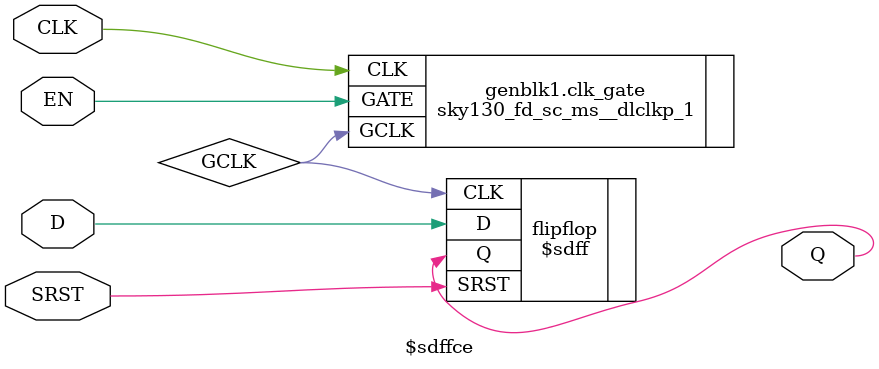
<source format=v>
/*
 	Copyright 2022 AUC Open Source Hardware Lab
	
	Licensed under the Apache License, Version 2.0 (the "License"); 
	you may not use this file except in compliance with the License. 
	You may obtain a copy of the License at:

	http://www.apache.org/licenses/LICENSE-2.0

	Unless required by applicable law or agreed to in writing, software 
	distributed under the License is distributed on an "AS IS" BASIS, 
	WITHOUT WARRANTIES OR CONDITIONS OF ANY KIND, either express or implied. 
	See the License for the specific language governing permissions and 
	limitations under the License.
*/



module \$adffe (ARST, CLK, D, EN, Q);
    parameter ARST_POLARITY =1'b1;
    parameter ARST_VALUE  =1'b0;
    parameter CLK_POLARITY =1'b1;
    parameter EN_POLARITY =1'b1;
    parameter WIDTH =1;

    input ARST, CLK, EN;
    input [WIDTH -1 :0] D; 
    output [WIDTH -1 :0] Q;

    wire GCLK;

    generate
        if (WIDTH < 5) begin
                sky130_fd_sc_ms__dlclkp_1  clk_gate ( .GCLK(GCLK), .CLK(CLK), .GATE(EN) );
                end
            else if (WIDTH < 17) begin
                sky130_fd_sc_ms__dlclkp_2  clk_gate ( .GCLK(GCLK), .CLK(CLK), .GATE(EN) );
                end
            else begin
                sky130_fd_sc_ms__dlclkp_4  clk_gate ( .GCLK(GCLK), .CLK(CLK), .GATE(EN) );
        end
    endgenerate

    $adff  #( 
            .WIDTH(WIDTH), 
            .CLK_POLARITY(CLK_POLARITY),
            .ARST_VALUE(ARST_VALUE) ,
            .ARST_POLARITY (ARST_POLARITY)
            ) 
            flipflop(  
            .CLK(GCLK), 
            .ARST(ARST),
            .D(D), 
            .Q(Q)
            );
endmodule

//////////////////////////////////////////////////////////////////////////////////////
//////////////////////////////////////////////////////////////////////////////////////

module \$dffe ( CLK, D, EN, Q);
    parameter CLK_POLARITY =1'b1;
    parameter EN_POLARITY =1'b1;
    parameter WIDTH =1;

    input  CLK, EN;
    input [WIDTH -1:0] D; 
    output [WIDTH -1:0] Q;

    wire GCLK;

    generate
        if (WIDTH < 5) begin
                sky130_fd_sc_ms__dlclkp_1  clk_gate ( .GCLK(GCLK), .CLK(CLK), .GATE(EN) );
                end
            else if (WIDTH < 17) begin
                sky130_fd_sc_ms__dlclkp_2  clk_gate ( .GCLK(GCLK), .CLK(CLK), .GATE(EN) );
                end
            else begin
                sky130_fd_sc_ms__dlclkp_4  clk_gate ( .GCLK(GCLK), .CLK(CLK), .GATE(EN) );
        end
    endgenerate

    $dff  #( 
            .WIDTH(WIDTH), 
            .CLK_POLARITY(CLK_POLARITY),
            ) 
            flipflop(  
            .CLK(GCLK), 
            .D(D), 
            .Q(Q)
            );
endmodule

//////////////////////////////////////////////////////////////////////////////////////
//////////////////////////////////////////////////////////////////////////////////////

module \$dffsre ( CLK, EN, CLR, SET, D, Q);
    parameter CLK_POLARITY =1'b1;
    parameter EN_POLARITY =1'b1;
    parameter CLR_POLARITY =1'b1;
    parameter SET_POLARITY =1'b1;
    parameter WIDTH =1;

    input  CLK, EN, CLR, SET;
    input [WIDTH -1:0] D; 
    output [WIDTH -1:0] Q;

    wire GCLK;

    generate
        if (WIDTH < 5) begin
                sky130_fd_sc_ms__dlclkp_1  clk_gate ( .GCLK(GCLK), .CLK(CLK), .GATE(EN) );
                end
            else if (WIDTH < 17) begin
                sky130_fd_sc_ms__dlclkp_2  clk_gate ( .GCLK(GCLK), .CLK(CLK), .GATE(EN) );
                end
            else begin
                sky130_fd_sc_ms__dlclkp_4  clk_gate ( .GCLK(GCLK), .CLK(CLK), .GATE(EN) );
        end
    endgenerate

    $dffsr  #( 
            .WIDTH(WIDTH), 
            .CLK_POLARITY(CLK_POLARITY),
            .CLR_POLARITY(CLR_POLARITY), 
            .SET_POLARITY(SET_POLARITY)
            ) 
            flipflop(  
            .CLK(GCLK), 
            .CLR(CLR),
            .SET(SET),
            .D(D), 
            .Q(Q)
            );
endmodule

//////////////////////////////////////////////////////////////////////////////////////
//////////////////////////////////////////////////////////////////////////////////////

module \$aldffe ( CLK, EN, ALOAD, AD, D, Q);
    parameter CLK_POLARITY =1'b1;
    parameter EN_POLARITY =1'b1;
    parameter ALOAD_POLARITY =1'b1;
    parameter WIDTH =1;

    input  CLK, EN, ALOAD;
    input [WIDTH -1:0] D; 
    input [WIDTH-1:0] AD;
    output [WIDTH -1:0] Q;

    wire GCLK;

    generate
        if (WIDTH < 5) begin
                sky130_fd_sc_ms__dlclkp_1  clk_gate ( .GCLK(GCLK), .CLK(CLK), .GATE(EN) );
                end
            else if (WIDTH < 17) begin
                sky130_fd_sc_ms__dlclkp_2  clk_gate ( .GCLK(GCLK), .CLK(CLK), .GATE(EN) );
                end
            else begin
                sky130_fd_sc_ms__dlclkp_4  clk_gate ( .GCLK(GCLK), .CLK(CLK), .GATE(EN) );
        end
    endgenerate

    $aldff  #( 
            .WIDTH(WIDTH), 
            .CLK_POLARITY(CLK_POLARITY),
            .ALOAD_POLARITY(ALOAD_POLARITY), 
            ) 
            flipflop(  
            .CLK(GCLK), 
            .D(D),
            .AD(AD),
            .Q(Q)
            );
endmodule

//////////////////////////////////////////////////////////////////////////////////////
//////////////////////////////////////////////////////////////////////////////////////

//module \$sdffe ( CLK, EN, SRST, D, Q);
//    parameter CLK_POLARITY =1'b1;
//    parameter EN_POLARITY =1'b1;
//    parameter SRST_POLARITY =1'b1;
//    parameter SRST_VALUE =1'b1;
//    parameter WIDTH =1;


//    input  CLK, EN, SRST;
//    input [WIDTH -1:0] D; 
//    output [WIDTH -1:0] Q;

//    wire GCLK;

//    generate
//        if (WIDTH < 5) begin
//                sky130_fd_sc_ms__dlclkp_1  clk_gate ( .GCLK(GCLK), .CLK(CLK), .GATE(EN) );
//                end
//            else if (WIDTH < 17) begin
//                sky130_fd_sc_ms__dlclkp_2  clk_gate ( .GCLK(GCLK), .CLK(CLK), .GATE(EN) );
//                end
//            else begin
//                sky130_fd_sc_ms__dlclkp_4  clk_gate ( .GCLK(GCLK), .CLK(CLK), .GATE(EN) );
//        end
//    endgenerate

//    $sdff  #( 
//            .WIDTH(WIDTH), 
//            .CLK_POLARITY(CLK_POLARITY),
//            .SRST_POLARITY(SRST_POLARITY), 
//            .SRST_VALUE(SRST_VALUE)
//            ) 
//            flipflop(  
//            .CLK(GCLK), 
//            .SRST(SRST),
//            .D(D), 
//            .Q(Q)
//            );
//endmodule

//////////////////////////////////////////////////////////////////////////////////////
//////////////////////////////////////////////////////////////////////////////////////

module \$sdffce ( CLK, EN, SRST, D, Q);
    parameter CLK_POLARITY =1'b1;
    parameter EN_POLARITY =1'b1;
    parameter SRST_POLARITY =1'b1;
    parameter SRST_VALUE =1'b1;
    parameter WIDTH =1;

    input  CLK, EN, SRST;
    input [WIDTH -1:0] D; 
    output [WIDTH -1:0] Q;

    wire GCLK;

    generate
        if (WIDTH < 5) begin
                sky130_fd_sc_ms__dlclkp_1  clk_gate ( .GCLK(GCLK), .CLK(CLK), .GATE(EN) );
                end
            else if (WIDTH < 17) begin
                sky130_fd_sc_ms__dlclkp_2  clk_gate ( .GCLK(GCLK), .CLK(CLK), .GATE(EN) );
                end
            else begin
                sky130_fd_sc_ms__dlclkp_4  clk_gate ( .GCLK(GCLK), .CLK(CLK), .GATE(EN) );
        end
    endgenerate

    $sdff  #( 
            .WIDTH(WIDTH), 
            .CLK_POLARITY(CLK_POLARITY),
            .SRST_POLARITY(SRST_POLARITY), 
            .SRST_VALUE(SRST_VALUE)
            ) 
            flipflop(  
            .CLK(GCLK), 
            .SRST(SRST),
            .D(D), 
            .Q(Q)
            );
endmodule

</source>
